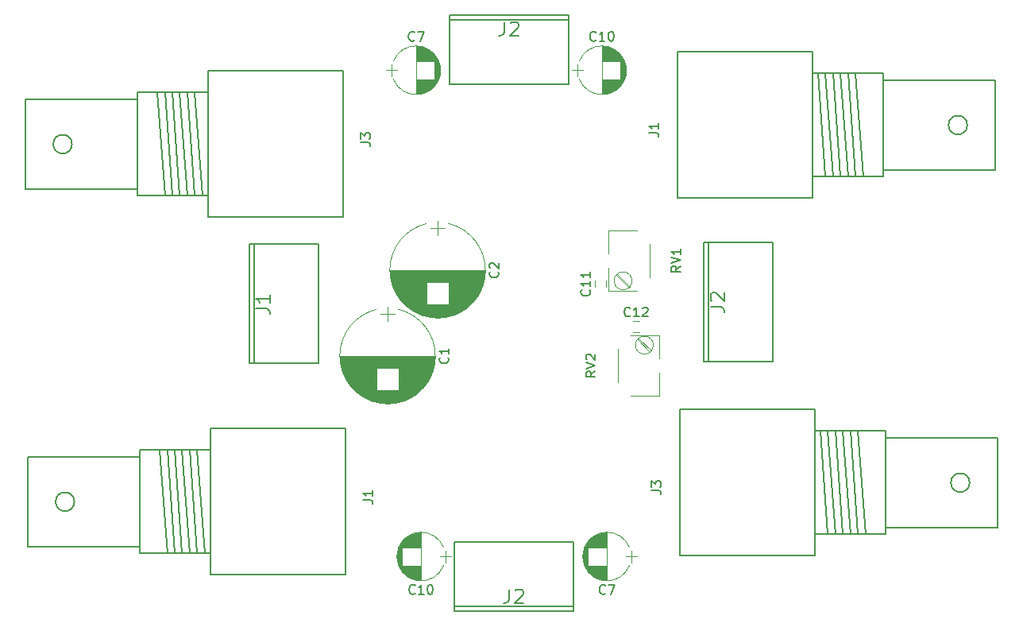
<source format=gto>
G04 #@! TF.FileFunction,Legend,Top*
%FSLAX46Y46*%
G04 Gerber Fmt 4.6, Leading zero omitted, Abs format (unit mm)*
G04 Created by KiCad (PCBNEW 4.0.7) date Fri Jun  8 12:20:10 2018*
%MOMM*%
%LPD*%
G01*
G04 APERTURE LIST*
%ADD10C,0.100000*%
%ADD11C,0.120000*%
%ADD12C,0.150000*%
G04 APERTURE END LIST*
D10*
D11*
X159421194Y-123275525D02*
G75*
G03X159422000Y-113372667I-1179194J4951525D01*
G01*
X157062806Y-123275525D02*
G75*
G02X157062000Y-113372667I1179194J4951525D01*
G01*
X157062806Y-123275525D02*
G75*
G03X159422000Y-123275333I1179194J4951525D01*
G01*
X163292000Y-118324000D02*
X153192000Y-118324000D01*
X163292000Y-118364000D02*
X153192000Y-118364000D01*
X163292000Y-118404000D02*
X153192000Y-118404000D01*
X163291000Y-118444000D02*
X153193000Y-118444000D01*
X163290000Y-118484000D02*
X153194000Y-118484000D01*
X163289000Y-118524000D02*
X153195000Y-118524000D01*
X163287000Y-118564000D02*
X153197000Y-118564000D01*
X163285000Y-118604000D02*
X153199000Y-118604000D01*
X163282000Y-118644000D02*
X153202000Y-118644000D01*
X163280000Y-118684000D02*
X153204000Y-118684000D01*
X163277000Y-118724000D02*
X153207000Y-118724000D01*
X163273000Y-118764000D02*
X153211000Y-118764000D01*
X163270000Y-118804000D02*
X153214000Y-118804000D01*
X163266000Y-118844000D02*
X153218000Y-118844000D01*
X163262000Y-118884000D02*
X153222000Y-118884000D01*
X163257000Y-118924000D02*
X153227000Y-118924000D01*
X163252000Y-118964000D02*
X153232000Y-118964000D01*
X163247000Y-119004000D02*
X153237000Y-119004000D01*
X163241000Y-119045000D02*
X153243000Y-119045000D01*
X163235000Y-119085000D02*
X153249000Y-119085000D01*
X163229000Y-119125000D02*
X153255000Y-119125000D01*
X163223000Y-119165000D02*
X153261000Y-119165000D01*
X163216000Y-119205000D02*
X153268000Y-119205000D01*
X163209000Y-119245000D02*
X153275000Y-119245000D01*
X163201000Y-119285000D02*
X153283000Y-119285000D01*
X163193000Y-119325000D02*
X153291000Y-119325000D01*
X163185000Y-119365000D02*
X153299000Y-119365000D01*
X163177000Y-119405000D02*
X153307000Y-119405000D01*
X163168000Y-119445000D02*
X153316000Y-119445000D01*
X163159000Y-119485000D02*
X153325000Y-119485000D01*
X163149000Y-119525000D02*
X153335000Y-119525000D01*
X163139000Y-119565000D02*
X153345000Y-119565000D01*
X163129000Y-119605000D02*
X153355000Y-119605000D01*
X163118000Y-119645000D02*
X159423000Y-119645000D01*
X157061000Y-119645000D02*
X153366000Y-119645000D01*
X163107000Y-119685000D02*
X159423000Y-119685000D01*
X157061000Y-119685000D02*
X153377000Y-119685000D01*
X163096000Y-119725000D02*
X159423000Y-119725000D01*
X157061000Y-119725000D02*
X153388000Y-119725000D01*
X163085000Y-119765000D02*
X159423000Y-119765000D01*
X157061000Y-119765000D02*
X153399000Y-119765000D01*
X163073000Y-119805000D02*
X159423000Y-119805000D01*
X157061000Y-119805000D02*
X153411000Y-119805000D01*
X163060000Y-119845000D02*
X159423000Y-119845000D01*
X157061000Y-119845000D02*
X153424000Y-119845000D01*
X163048000Y-119885000D02*
X159423000Y-119885000D01*
X157061000Y-119885000D02*
X153436000Y-119885000D01*
X163034000Y-119925000D02*
X159423000Y-119925000D01*
X157061000Y-119925000D02*
X153450000Y-119925000D01*
X163021000Y-119965000D02*
X159423000Y-119965000D01*
X157061000Y-119965000D02*
X153463000Y-119965000D01*
X163007000Y-120005000D02*
X159423000Y-120005000D01*
X157061000Y-120005000D02*
X153477000Y-120005000D01*
X162993000Y-120045000D02*
X159423000Y-120045000D01*
X157061000Y-120045000D02*
X153491000Y-120045000D01*
X162979000Y-120085000D02*
X159423000Y-120085000D01*
X157061000Y-120085000D02*
X153505000Y-120085000D01*
X162964000Y-120125000D02*
X159423000Y-120125000D01*
X157061000Y-120125000D02*
X153520000Y-120125000D01*
X162948000Y-120165000D02*
X159423000Y-120165000D01*
X157061000Y-120165000D02*
X153536000Y-120165000D01*
X162933000Y-120205000D02*
X159423000Y-120205000D01*
X157061000Y-120205000D02*
X153551000Y-120205000D01*
X162916000Y-120245000D02*
X159423000Y-120245000D01*
X157061000Y-120245000D02*
X153568000Y-120245000D01*
X162900000Y-120285000D02*
X159423000Y-120285000D01*
X157061000Y-120285000D02*
X153584000Y-120285000D01*
X162883000Y-120325000D02*
X159423000Y-120325000D01*
X157061000Y-120325000D02*
X153601000Y-120325000D01*
X162866000Y-120365000D02*
X159423000Y-120365000D01*
X157061000Y-120365000D02*
X153618000Y-120365000D01*
X162848000Y-120405000D02*
X159423000Y-120405000D01*
X157061000Y-120405000D02*
X153636000Y-120405000D01*
X162830000Y-120445000D02*
X159423000Y-120445000D01*
X157061000Y-120445000D02*
X153654000Y-120445000D01*
X162811000Y-120485000D02*
X159423000Y-120485000D01*
X157061000Y-120485000D02*
X153673000Y-120485000D01*
X162792000Y-120525000D02*
X159423000Y-120525000D01*
X157061000Y-120525000D02*
X153692000Y-120525000D01*
X162773000Y-120565000D02*
X159423000Y-120565000D01*
X157061000Y-120565000D02*
X153711000Y-120565000D01*
X162753000Y-120605000D02*
X159423000Y-120605000D01*
X157061000Y-120605000D02*
X153731000Y-120605000D01*
X162733000Y-120645000D02*
X159423000Y-120645000D01*
X157061000Y-120645000D02*
X153751000Y-120645000D01*
X162712000Y-120685000D02*
X159423000Y-120685000D01*
X157061000Y-120685000D02*
X153772000Y-120685000D01*
X162691000Y-120725000D02*
X159423000Y-120725000D01*
X157061000Y-120725000D02*
X153793000Y-120725000D01*
X162670000Y-120765000D02*
X159423000Y-120765000D01*
X157061000Y-120765000D02*
X153814000Y-120765000D01*
X162647000Y-120805000D02*
X159423000Y-120805000D01*
X157061000Y-120805000D02*
X153837000Y-120805000D01*
X162625000Y-120845000D02*
X159423000Y-120845000D01*
X157061000Y-120845000D02*
X153859000Y-120845000D01*
X162602000Y-120885000D02*
X159423000Y-120885000D01*
X157061000Y-120885000D02*
X153882000Y-120885000D01*
X162578000Y-120925000D02*
X159423000Y-120925000D01*
X157061000Y-120925000D02*
X153906000Y-120925000D01*
X162554000Y-120965000D02*
X159423000Y-120965000D01*
X157061000Y-120965000D02*
X153930000Y-120965000D01*
X162530000Y-121005000D02*
X159423000Y-121005000D01*
X157061000Y-121005000D02*
X153954000Y-121005000D01*
X162505000Y-121045000D02*
X159423000Y-121045000D01*
X157061000Y-121045000D02*
X153979000Y-121045000D01*
X162479000Y-121085000D02*
X159423000Y-121085000D01*
X157061000Y-121085000D02*
X154005000Y-121085000D01*
X162453000Y-121125000D02*
X159423000Y-121125000D01*
X157061000Y-121125000D02*
X154031000Y-121125000D01*
X162427000Y-121165000D02*
X159423000Y-121165000D01*
X157061000Y-121165000D02*
X154057000Y-121165000D01*
X162399000Y-121205000D02*
X159423000Y-121205000D01*
X157061000Y-121205000D02*
X154085000Y-121205000D01*
X162372000Y-121245000D02*
X159423000Y-121245000D01*
X157061000Y-121245000D02*
X154112000Y-121245000D01*
X162343000Y-121285000D02*
X159423000Y-121285000D01*
X157061000Y-121285000D02*
X154141000Y-121285000D01*
X162314000Y-121325000D02*
X159423000Y-121325000D01*
X157061000Y-121325000D02*
X154170000Y-121325000D01*
X162285000Y-121365000D02*
X159423000Y-121365000D01*
X157061000Y-121365000D02*
X154199000Y-121365000D01*
X162255000Y-121405000D02*
X159423000Y-121405000D01*
X157061000Y-121405000D02*
X154229000Y-121405000D01*
X162224000Y-121445000D02*
X159423000Y-121445000D01*
X157061000Y-121445000D02*
X154260000Y-121445000D01*
X162193000Y-121485000D02*
X159423000Y-121485000D01*
X157061000Y-121485000D02*
X154291000Y-121485000D01*
X162161000Y-121525000D02*
X159423000Y-121525000D01*
X157061000Y-121525000D02*
X154323000Y-121525000D01*
X162128000Y-121565000D02*
X159423000Y-121565000D01*
X157061000Y-121565000D02*
X154356000Y-121565000D01*
X162095000Y-121605000D02*
X159423000Y-121605000D01*
X157061000Y-121605000D02*
X154389000Y-121605000D01*
X162061000Y-121645000D02*
X159423000Y-121645000D01*
X157061000Y-121645000D02*
X154423000Y-121645000D01*
X162026000Y-121685000D02*
X159423000Y-121685000D01*
X157061000Y-121685000D02*
X154458000Y-121685000D01*
X161990000Y-121725000D02*
X159423000Y-121725000D01*
X157061000Y-121725000D02*
X154494000Y-121725000D01*
X161954000Y-121765000D02*
X159423000Y-121765000D01*
X157061000Y-121765000D02*
X154530000Y-121765000D01*
X161917000Y-121805000D02*
X159423000Y-121805000D01*
X157061000Y-121805000D02*
X154567000Y-121805000D01*
X161879000Y-121845000D02*
X159423000Y-121845000D01*
X157061000Y-121845000D02*
X154605000Y-121845000D01*
X161840000Y-121885000D02*
X159423000Y-121885000D01*
X157061000Y-121885000D02*
X154644000Y-121885000D01*
X161801000Y-121925000D02*
X159423000Y-121925000D01*
X157061000Y-121925000D02*
X154683000Y-121925000D01*
X161760000Y-121965000D02*
X159423000Y-121965000D01*
X157061000Y-121965000D02*
X154724000Y-121965000D01*
X161719000Y-122005000D02*
X154765000Y-122005000D01*
X161677000Y-122045000D02*
X154807000Y-122045000D01*
X161633000Y-122085000D02*
X154851000Y-122085000D01*
X161589000Y-122125000D02*
X154895000Y-122125000D01*
X161544000Y-122165000D02*
X154940000Y-122165000D01*
X161497000Y-122205000D02*
X154987000Y-122205000D01*
X161449000Y-122245000D02*
X155035000Y-122245000D01*
X161400000Y-122285000D02*
X155084000Y-122285000D01*
X161350000Y-122325000D02*
X155134000Y-122325000D01*
X161299000Y-122365000D02*
X155185000Y-122365000D01*
X161246000Y-122405000D02*
X155238000Y-122405000D01*
X161191000Y-122445000D02*
X155293000Y-122445000D01*
X161136000Y-122485000D02*
X155348000Y-122485000D01*
X161078000Y-122525000D02*
X155406000Y-122525000D01*
X161019000Y-122565000D02*
X155465000Y-122565000D01*
X160957000Y-122605000D02*
X155527000Y-122605000D01*
X160894000Y-122645000D02*
X155590000Y-122645000D01*
X160829000Y-122685000D02*
X155655000Y-122685000D01*
X160761000Y-122725000D02*
X155723000Y-122725000D01*
X160691000Y-122765000D02*
X155793000Y-122765000D01*
X160619000Y-122805000D02*
X155865000Y-122805000D01*
X160543000Y-122845000D02*
X155941000Y-122845000D01*
X160464000Y-122885000D02*
X156020000Y-122885000D01*
X160382000Y-122925000D02*
X156102000Y-122925000D01*
X160295000Y-122965000D02*
X156189000Y-122965000D01*
X160204000Y-123005000D02*
X156280000Y-123005000D01*
X160108000Y-123045000D02*
X156376000Y-123045000D01*
X160005000Y-123085000D02*
X156479000Y-123085000D01*
X159896000Y-123125000D02*
X156588000Y-123125000D01*
X159778000Y-123165000D02*
X156706000Y-123165000D01*
X159649000Y-123205000D02*
X156835000Y-123205000D01*
X159507000Y-123245000D02*
X156977000Y-123245000D01*
X159346000Y-123285000D02*
X157138000Y-123285000D01*
X159155000Y-123325000D02*
X157329000Y-123325000D01*
X158914000Y-123365000D02*
X157570000Y-123365000D01*
X158521000Y-123405000D02*
X157963000Y-123405000D01*
X158242000Y-113124000D02*
X158242000Y-114624000D01*
X158992000Y-113874000D02*
X157492000Y-113874000D01*
X180313000Y-111005000D02*
X180313000Y-110305000D01*
X181513000Y-110305000D02*
X181513000Y-111005000D01*
X184388000Y-114580000D02*
X185088000Y-114580000D01*
X185088000Y-115780000D02*
X184388000Y-115780000D01*
D12*
X144018000Y-106426000D02*
X144018000Y-119126000D01*
X143510000Y-106426000D02*
X150876000Y-106426000D01*
X143510000Y-119126000D02*
X143510000Y-106426000D01*
X150876000Y-106426000D02*
X150876000Y-119126000D01*
X150876000Y-119126000D02*
X143510000Y-119126000D01*
X192482000Y-106255000D02*
X192482000Y-118955000D01*
X191974000Y-106255000D02*
X199340000Y-106255000D01*
X191974000Y-118955000D02*
X191974000Y-106255000D01*
X199340000Y-106255000D02*
X199340000Y-118955000D01*
X199340000Y-118955000D02*
X191974000Y-118955000D01*
D11*
X186208000Y-106395000D02*
X186208000Y-109915000D01*
X181768000Y-104925000D02*
X181768000Y-107375000D01*
X181768000Y-108935000D02*
X181768000Y-111385000D01*
X184828000Y-104925000D02*
X181768000Y-104925000D01*
X184828000Y-111385000D02*
X181768000Y-111385000D01*
X183958000Y-111045000D02*
X182628000Y-109725000D01*
X184068000Y-110935000D02*
X182748000Y-109605000D01*
X184298000Y-110325000D02*
G75*
G03X184298000Y-110325000I-950000J0D01*
G01*
X182768000Y-121115000D02*
X182768000Y-117595000D01*
X187208000Y-122585000D02*
X187208000Y-120135000D01*
X187208000Y-118575000D02*
X187208000Y-116125000D01*
X184148000Y-122585000D02*
X187208000Y-122585000D01*
X184148000Y-116125000D02*
X187208000Y-116125000D01*
X185018000Y-116465000D02*
X186348000Y-117785000D01*
X184908000Y-116575000D02*
X186228000Y-117905000D01*
X186578000Y-117185000D02*
G75*
G03X186578000Y-117185000I-950000J0D01*
G01*
X164755194Y-114131525D02*
G75*
G03X164756000Y-104228667I-1179194J4951525D01*
G01*
X162396806Y-114131525D02*
G75*
G02X162396000Y-104228667I1179194J4951525D01*
G01*
X162396806Y-114131525D02*
G75*
G03X164756000Y-114131333I1179194J4951525D01*
G01*
X168626000Y-109180000D02*
X158526000Y-109180000D01*
X168626000Y-109220000D02*
X158526000Y-109220000D01*
X168626000Y-109260000D02*
X158526000Y-109260000D01*
X168625000Y-109300000D02*
X158527000Y-109300000D01*
X168624000Y-109340000D02*
X158528000Y-109340000D01*
X168623000Y-109380000D02*
X158529000Y-109380000D01*
X168621000Y-109420000D02*
X158531000Y-109420000D01*
X168619000Y-109460000D02*
X158533000Y-109460000D01*
X168616000Y-109500000D02*
X158536000Y-109500000D01*
X168614000Y-109540000D02*
X158538000Y-109540000D01*
X168611000Y-109580000D02*
X158541000Y-109580000D01*
X168607000Y-109620000D02*
X158545000Y-109620000D01*
X168604000Y-109660000D02*
X158548000Y-109660000D01*
X168600000Y-109700000D02*
X158552000Y-109700000D01*
X168596000Y-109740000D02*
X158556000Y-109740000D01*
X168591000Y-109780000D02*
X158561000Y-109780000D01*
X168586000Y-109820000D02*
X158566000Y-109820000D01*
X168581000Y-109860000D02*
X158571000Y-109860000D01*
X168575000Y-109901000D02*
X158577000Y-109901000D01*
X168569000Y-109941000D02*
X158583000Y-109941000D01*
X168563000Y-109981000D02*
X158589000Y-109981000D01*
X168557000Y-110021000D02*
X158595000Y-110021000D01*
X168550000Y-110061000D02*
X158602000Y-110061000D01*
X168543000Y-110101000D02*
X158609000Y-110101000D01*
X168535000Y-110141000D02*
X158617000Y-110141000D01*
X168527000Y-110181000D02*
X158625000Y-110181000D01*
X168519000Y-110221000D02*
X158633000Y-110221000D01*
X168511000Y-110261000D02*
X158641000Y-110261000D01*
X168502000Y-110301000D02*
X158650000Y-110301000D01*
X168493000Y-110341000D02*
X158659000Y-110341000D01*
X168483000Y-110381000D02*
X158669000Y-110381000D01*
X168473000Y-110421000D02*
X158679000Y-110421000D01*
X168463000Y-110461000D02*
X158689000Y-110461000D01*
X168452000Y-110501000D02*
X164757000Y-110501000D01*
X162395000Y-110501000D02*
X158700000Y-110501000D01*
X168441000Y-110541000D02*
X164757000Y-110541000D01*
X162395000Y-110541000D02*
X158711000Y-110541000D01*
X168430000Y-110581000D02*
X164757000Y-110581000D01*
X162395000Y-110581000D02*
X158722000Y-110581000D01*
X168419000Y-110621000D02*
X164757000Y-110621000D01*
X162395000Y-110621000D02*
X158733000Y-110621000D01*
X168407000Y-110661000D02*
X164757000Y-110661000D01*
X162395000Y-110661000D02*
X158745000Y-110661000D01*
X168394000Y-110701000D02*
X164757000Y-110701000D01*
X162395000Y-110701000D02*
X158758000Y-110701000D01*
X168382000Y-110741000D02*
X164757000Y-110741000D01*
X162395000Y-110741000D02*
X158770000Y-110741000D01*
X168368000Y-110781000D02*
X164757000Y-110781000D01*
X162395000Y-110781000D02*
X158784000Y-110781000D01*
X168355000Y-110821000D02*
X164757000Y-110821000D01*
X162395000Y-110821000D02*
X158797000Y-110821000D01*
X168341000Y-110861000D02*
X164757000Y-110861000D01*
X162395000Y-110861000D02*
X158811000Y-110861000D01*
X168327000Y-110901000D02*
X164757000Y-110901000D01*
X162395000Y-110901000D02*
X158825000Y-110901000D01*
X168313000Y-110941000D02*
X164757000Y-110941000D01*
X162395000Y-110941000D02*
X158839000Y-110941000D01*
X168298000Y-110981000D02*
X164757000Y-110981000D01*
X162395000Y-110981000D02*
X158854000Y-110981000D01*
X168282000Y-111021000D02*
X164757000Y-111021000D01*
X162395000Y-111021000D02*
X158870000Y-111021000D01*
X168267000Y-111061000D02*
X164757000Y-111061000D01*
X162395000Y-111061000D02*
X158885000Y-111061000D01*
X168250000Y-111101000D02*
X164757000Y-111101000D01*
X162395000Y-111101000D02*
X158902000Y-111101000D01*
X168234000Y-111141000D02*
X164757000Y-111141000D01*
X162395000Y-111141000D02*
X158918000Y-111141000D01*
X168217000Y-111181000D02*
X164757000Y-111181000D01*
X162395000Y-111181000D02*
X158935000Y-111181000D01*
X168200000Y-111221000D02*
X164757000Y-111221000D01*
X162395000Y-111221000D02*
X158952000Y-111221000D01*
X168182000Y-111261000D02*
X164757000Y-111261000D01*
X162395000Y-111261000D02*
X158970000Y-111261000D01*
X168164000Y-111301000D02*
X164757000Y-111301000D01*
X162395000Y-111301000D02*
X158988000Y-111301000D01*
X168145000Y-111341000D02*
X164757000Y-111341000D01*
X162395000Y-111341000D02*
X159007000Y-111341000D01*
X168126000Y-111381000D02*
X164757000Y-111381000D01*
X162395000Y-111381000D02*
X159026000Y-111381000D01*
X168107000Y-111421000D02*
X164757000Y-111421000D01*
X162395000Y-111421000D02*
X159045000Y-111421000D01*
X168087000Y-111461000D02*
X164757000Y-111461000D01*
X162395000Y-111461000D02*
X159065000Y-111461000D01*
X168067000Y-111501000D02*
X164757000Y-111501000D01*
X162395000Y-111501000D02*
X159085000Y-111501000D01*
X168046000Y-111541000D02*
X164757000Y-111541000D01*
X162395000Y-111541000D02*
X159106000Y-111541000D01*
X168025000Y-111581000D02*
X164757000Y-111581000D01*
X162395000Y-111581000D02*
X159127000Y-111581000D01*
X168004000Y-111621000D02*
X164757000Y-111621000D01*
X162395000Y-111621000D02*
X159148000Y-111621000D01*
X167981000Y-111661000D02*
X164757000Y-111661000D01*
X162395000Y-111661000D02*
X159171000Y-111661000D01*
X167959000Y-111701000D02*
X164757000Y-111701000D01*
X162395000Y-111701000D02*
X159193000Y-111701000D01*
X167936000Y-111741000D02*
X164757000Y-111741000D01*
X162395000Y-111741000D02*
X159216000Y-111741000D01*
X167912000Y-111781000D02*
X164757000Y-111781000D01*
X162395000Y-111781000D02*
X159240000Y-111781000D01*
X167888000Y-111821000D02*
X164757000Y-111821000D01*
X162395000Y-111821000D02*
X159264000Y-111821000D01*
X167864000Y-111861000D02*
X164757000Y-111861000D01*
X162395000Y-111861000D02*
X159288000Y-111861000D01*
X167839000Y-111901000D02*
X164757000Y-111901000D01*
X162395000Y-111901000D02*
X159313000Y-111901000D01*
X167813000Y-111941000D02*
X164757000Y-111941000D01*
X162395000Y-111941000D02*
X159339000Y-111941000D01*
X167787000Y-111981000D02*
X164757000Y-111981000D01*
X162395000Y-111981000D02*
X159365000Y-111981000D01*
X167761000Y-112021000D02*
X164757000Y-112021000D01*
X162395000Y-112021000D02*
X159391000Y-112021000D01*
X167733000Y-112061000D02*
X164757000Y-112061000D01*
X162395000Y-112061000D02*
X159419000Y-112061000D01*
X167706000Y-112101000D02*
X164757000Y-112101000D01*
X162395000Y-112101000D02*
X159446000Y-112101000D01*
X167677000Y-112141000D02*
X164757000Y-112141000D01*
X162395000Y-112141000D02*
X159475000Y-112141000D01*
X167648000Y-112181000D02*
X164757000Y-112181000D01*
X162395000Y-112181000D02*
X159504000Y-112181000D01*
X167619000Y-112221000D02*
X164757000Y-112221000D01*
X162395000Y-112221000D02*
X159533000Y-112221000D01*
X167589000Y-112261000D02*
X164757000Y-112261000D01*
X162395000Y-112261000D02*
X159563000Y-112261000D01*
X167558000Y-112301000D02*
X164757000Y-112301000D01*
X162395000Y-112301000D02*
X159594000Y-112301000D01*
X167527000Y-112341000D02*
X164757000Y-112341000D01*
X162395000Y-112341000D02*
X159625000Y-112341000D01*
X167495000Y-112381000D02*
X164757000Y-112381000D01*
X162395000Y-112381000D02*
X159657000Y-112381000D01*
X167462000Y-112421000D02*
X164757000Y-112421000D01*
X162395000Y-112421000D02*
X159690000Y-112421000D01*
X167429000Y-112461000D02*
X164757000Y-112461000D01*
X162395000Y-112461000D02*
X159723000Y-112461000D01*
X167395000Y-112501000D02*
X164757000Y-112501000D01*
X162395000Y-112501000D02*
X159757000Y-112501000D01*
X167360000Y-112541000D02*
X164757000Y-112541000D01*
X162395000Y-112541000D02*
X159792000Y-112541000D01*
X167324000Y-112581000D02*
X164757000Y-112581000D01*
X162395000Y-112581000D02*
X159828000Y-112581000D01*
X167288000Y-112621000D02*
X164757000Y-112621000D01*
X162395000Y-112621000D02*
X159864000Y-112621000D01*
X167251000Y-112661000D02*
X164757000Y-112661000D01*
X162395000Y-112661000D02*
X159901000Y-112661000D01*
X167213000Y-112701000D02*
X164757000Y-112701000D01*
X162395000Y-112701000D02*
X159939000Y-112701000D01*
X167174000Y-112741000D02*
X164757000Y-112741000D01*
X162395000Y-112741000D02*
X159978000Y-112741000D01*
X167135000Y-112781000D02*
X164757000Y-112781000D01*
X162395000Y-112781000D02*
X160017000Y-112781000D01*
X167094000Y-112821000D02*
X164757000Y-112821000D01*
X162395000Y-112821000D02*
X160058000Y-112821000D01*
X167053000Y-112861000D02*
X160099000Y-112861000D01*
X167011000Y-112901000D02*
X160141000Y-112901000D01*
X166967000Y-112941000D02*
X160185000Y-112941000D01*
X166923000Y-112981000D02*
X160229000Y-112981000D01*
X166878000Y-113021000D02*
X160274000Y-113021000D01*
X166831000Y-113061000D02*
X160321000Y-113061000D01*
X166783000Y-113101000D02*
X160369000Y-113101000D01*
X166734000Y-113141000D02*
X160418000Y-113141000D01*
X166684000Y-113181000D02*
X160468000Y-113181000D01*
X166633000Y-113221000D02*
X160519000Y-113221000D01*
X166580000Y-113261000D02*
X160572000Y-113261000D01*
X166525000Y-113301000D02*
X160627000Y-113301000D01*
X166470000Y-113341000D02*
X160682000Y-113341000D01*
X166412000Y-113381000D02*
X160740000Y-113381000D01*
X166353000Y-113421000D02*
X160799000Y-113421000D01*
X166291000Y-113461000D02*
X160861000Y-113461000D01*
X166228000Y-113501000D02*
X160924000Y-113501000D01*
X166163000Y-113541000D02*
X160989000Y-113541000D01*
X166095000Y-113581000D02*
X161057000Y-113581000D01*
X166025000Y-113621000D02*
X161127000Y-113621000D01*
X165953000Y-113661000D02*
X161199000Y-113661000D01*
X165877000Y-113701000D02*
X161275000Y-113701000D01*
X165798000Y-113741000D02*
X161354000Y-113741000D01*
X165716000Y-113781000D02*
X161436000Y-113781000D01*
X165629000Y-113821000D02*
X161523000Y-113821000D01*
X165538000Y-113861000D02*
X161614000Y-113861000D01*
X165442000Y-113901000D02*
X161710000Y-113901000D01*
X165339000Y-113941000D02*
X161813000Y-113941000D01*
X165230000Y-113981000D02*
X161922000Y-113981000D01*
X165112000Y-114021000D02*
X162040000Y-114021000D01*
X164983000Y-114061000D02*
X162169000Y-114061000D01*
X164841000Y-114101000D02*
X162311000Y-114101000D01*
X164680000Y-114141000D02*
X162472000Y-114141000D01*
X164489000Y-114181000D02*
X162663000Y-114181000D01*
X164248000Y-114221000D02*
X162904000Y-114221000D01*
X163855000Y-114261000D02*
X163297000Y-114261000D01*
X163576000Y-103980000D02*
X163576000Y-105480000D01*
X164326000Y-104730000D02*
X162826000Y-104730000D01*
X179229137Y-140681400D02*
G75*
G03X184023436Y-140680000I2396863J981400D01*
G01*
X179229137Y-138718600D02*
G75*
G02X184023436Y-138720000I2396863J-981400D01*
G01*
X179229137Y-138718600D02*
G75*
G03X179228564Y-140680000I2396863J-981400D01*
G01*
X181626000Y-142250000D02*
X181626000Y-137150000D01*
X181586000Y-142250000D02*
X181586000Y-140680000D01*
X181586000Y-138720000D02*
X181586000Y-137150000D01*
X181546000Y-142249000D02*
X181546000Y-140680000D01*
X181546000Y-138720000D02*
X181546000Y-137151000D01*
X181506000Y-142248000D02*
X181506000Y-140680000D01*
X181506000Y-138720000D02*
X181506000Y-137152000D01*
X181466000Y-142246000D02*
X181466000Y-140680000D01*
X181466000Y-138720000D02*
X181466000Y-137154000D01*
X181426000Y-142243000D02*
X181426000Y-140680000D01*
X181426000Y-138720000D02*
X181426000Y-137157000D01*
X181386000Y-142239000D02*
X181386000Y-140680000D01*
X181386000Y-138720000D02*
X181386000Y-137161000D01*
X181346000Y-142235000D02*
X181346000Y-140680000D01*
X181346000Y-138720000D02*
X181346000Y-137165000D01*
X181306000Y-142231000D02*
X181306000Y-140680000D01*
X181306000Y-138720000D02*
X181306000Y-137169000D01*
X181266000Y-142225000D02*
X181266000Y-140680000D01*
X181266000Y-138720000D02*
X181266000Y-137175000D01*
X181226000Y-142219000D02*
X181226000Y-140680000D01*
X181226000Y-138720000D02*
X181226000Y-137181000D01*
X181186000Y-142213000D02*
X181186000Y-140680000D01*
X181186000Y-138720000D02*
X181186000Y-137187000D01*
X181146000Y-142206000D02*
X181146000Y-140680000D01*
X181146000Y-138720000D02*
X181146000Y-137194000D01*
X181106000Y-142198000D02*
X181106000Y-140680000D01*
X181106000Y-138720000D02*
X181106000Y-137202000D01*
X181066000Y-142189000D02*
X181066000Y-140680000D01*
X181066000Y-138720000D02*
X181066000Y-137211000D01*
X181026000Y-142180000D02*
X181026000Y-140680000D01*
X181026000Y-138720000D02*
X181026000Y-137220000D01*
X180986000Y-142170000D02*
X180986000Y-140680000D01*
X180986000Y-138720000D02*
X180986000Y-137230000D01*
X180946000Y-142160000D02*
X180946000Y-140680000D01*
X180946000Y-138720000D02*
X180946000Y-137240000D01*
X180905000Y-142148000D02*
X180905000Y-140680000D01*
X180905000Y-138720000D02*
X180905000Y-137252000D01*
X180865000Y-142136000D02*
X180865000Y-140680000D01*
X180865000Y-138720000D02*
X180865000Y-137264000D01*
X180825000Y-142124000D02*
X180825000Y-140680000D01*
X180825000Y-138720000D02*
X180825000Y-137276000D01*
X180785000Y-142110000D02*
X180785000Y-140680000D01*
X180785000Y-138720000D02*
X180785000Y-137290000D01*
X180745000Y-142096000D02*
X180745000Y-140680000D01*
X180745000Y-138720000D02*
X180745000Y-137304000D01*
X180705000Y-142082000D02*
X180705000Y-140680000D01*
X180705000Y-138720000D02*
X180705000Y-137318000D01*
X180665000Y-142066000D02*
X180665000Y-140680000D01*
X180665000Y-138720000D02*
X180665000Y-137334000D01*
X180625000Y-142050000D02*
X180625000Y-140680000D01*
X180625000Y-138720000D02*
X180625000Y-137350000D01*
X180585000Y-142033000D02*
X180585000Y-140680000D01*
X180585000Y-138720000D02*
X180585000Y-137367000D01*
X180545000Y-142015000D02*
X180545000Y-140680000D01*
X180545000Y-138720000D02*
X180545000Y-137385000D01*
X180505000Y-141996000D02*
X180505000Y-140680000D01*
X180505000Y-138720000D02*
X180505000Y-137404000D01*
X180465000Y-141976000D02*
X180465000Y-140680000D01*
X180465000Y-138720000D02*
X180465000Y-137424000D01*
X180425000Y-141956000D02*
X180425000Y-140680000D01*
X180425000Y-138720000D02*
X180425000Y-137444000D01*
X180385000Y-141934000D02*
X180385000Y-140680000D01*
X180385000Y-138720000D02*
X180385000Y-137466000D01*
X180345000Y-141912000D02*
X180345000Y-140680000D01*
X180345000Y-138720000D02*
X180345000Y-137488000D01*
X180305000Y-141889000D02*
X180305000Y-140680000D01*
X180305000Y-138720000D02*
X180305000Y-137511000D01*
X180265000Y-141865000D02*
X180265000Y-140680000D01*
X180265000Y-138720000D02*
X180265000Y-137535000D01*
X180225000Y-141840000D02*
X180225000Y-140680000D01*
X180225000Y-138720000D02*
X180225000Y-137560000D01*
X180185000Y-141813000D02*
X180185000Y-140680000D01*
X180185000Y-138720000D02*
X180185000Y-137587000D01*
X180145000Y-141786000D02*
X180145000Y-140680000D01*
X180145000Y-138720000D02*
X180145000Y-137614000D01*
X180105000Y-141758000D02*
X180105000Y-140680000D01*
X180105000Y-138720000D02*
X180105000Y-137642000D01*
X180065000Y-141728000D02*
X180065000Y-140680000D01*
X180065000Y-138720000D02*
X180065000Y-137672000D01*
X180025000Y-141697000D02*
X180025000Y-140680000D01*
X180025000Y-138720000D02*
X180025000Y-137703000D01*
X179985000Y-141665000D02*
X179985000Y-140680000D01*
X179985000Y-138720000D02*
X179985000Y-137735000D01*
X179945000Y-141632000D02*
X179945000Y-140680000D01*
X179945000Y-138720000D02*
X179945000Y-137768000D01*
X179905000Y-141597000D02*
X179905000Y-140680000D01*
X179905000Y-138720000D02*
X179905000Y-137803000D01*
X179865000Y-141561000D02*
X179865000Y-140680000D01*
X179865000Y-138720000D02*
X179865000Y-137839000D01*
X179825000Y-141523000D02*
X179825000Y-140680000D01*
X179825000Y-138720000D02*
X179825000Y-137877000D01*
X179785000Y-141483000D02*
X179785000Y-140680000D01*
X179785000Y-138720000D02*
X179785000Y-137917000D01*
X179745000Y-141442000D02*
X179745000Y-140680000D01*
X179745000Y-138720000D02*
X179745000Y-137958000D01*
X179705000Y-141399000D02*
X179705000Y-140680000D01*
X179705000Y-138720000D02*
X179705000Y-138001000D01*
X179665000Y-141354000D02*
X179665000Y-140680000D01*
X179665000Y-138720000D02*
X179665000Y-138046000D01*
X179625000Y-141306000D02*
X179625000Y-138094000D01*
X179585000Y-141256000D02*
X179585000Y-138144000D01*
X179545000Y-141204000D02*
X179545000Y-138196000D01*
X179505000Y-141148000D02*
X179505000Y-138252000D01*
X179465000Y-141090000D02*
X179465000Y-138310000D01*
X179425000Y-141027000D02*
X179425000Y-138373000D01*
X179385000Y-140961000D02*
X179385000Y-138439000D01*
X179345000Y-140889000D02*
X179345000Y-138511000D01*
X179305000Y-140812000D02*
X179305000Y-138588000D01*
X179265000Y-140728000D02*
X179265000Y-138672000D01*
X179225000Y-140634000D02*
X179225000Y-138766000D01*
X179185000Y-140529000D02*
X179185000Y-138871000D01*
X179145000Y-140407000D02*
X179145000Y-138993000D01*
X179105000Y-140259000D02*
X179105000Y-139141000D01*
X179065000Y-140054000D02*
X179065000Y-139346000D01*
X184826000Y-139700000D02*
X183626000Y-139700000D01*
X184226000Y-140350000D02*
X184226000Y-139050000D01*
X159417137Y-140681400D02*
G75*
G03X164211436Y-140680000I2396863J981400D01*
G01*
X159417137Y-138718600D02*
G75*
G02X164211436Y-138720000I2396863J-981400D01*
G01*
X159417137Y-138718600D02*
G75*
G03X159416564Y-140680000I2396863J-981400D01*
G01*
X161814000Y-142250000D02*
X161814000Y-137150000D01*
X161774000Y-142250000D02*
X161774000Y-140680000D01*
X161774000Y-138720000D02*
X161774000Y-137150000D01*
X161734000Y-142249000D02*
X161734000Y-140680000D01*
X161734000Y-138720000D02*
X161734000Y-137151000D01*
X161694000Y-142248000D02*
X161694000Y-140680000D01*
X161694000Y-138720000D02*
X161694000Y-137152000D01*
X161654000Y-142246000D02*
X161654000Y-140680000D01*
X161654000Y-138720000D02*
X161654000Y-137154000D01*
X161614000Y-142243000D02*
X161614000Y-140680000D01*
X161614000Y-138720000D02*
X161614000Y-137157000D01*
X161574000Y-142239000D02*
X161574000Y-140680000D01*
X161574000Y-138720000D02*
X161574000Y-137161000D01*
X161534000Y-142235000D02*
X161534000Y-140680000D01*
X161534000Y-138720000D02*
X161534000Y-137165000D01*
X161494000Y-142231000D02*
X161494000Y-140680000D01*
X161494000Y-138720000D02*
X161494000Y-137169000D01*
X161454000Y-142225000D02*
X161454000Y-140680000D01*
X161454000Y-138720000D02*
X161454000Y-137175000D01*
X161414000Y-142219000D02*
X161414000Y-140680000D01*
X161414000Y-138720000D02*
X161414000Y-137181000D01*
X161374000Y-142213000D02*
X161374000Y-140680000D01*
X161374000Y-138720000D02*
X161374000Y-137187000D01*
X161334000Y-142206000D02*
X161334000Y-140680000D01*
X161334000Y-138720000D02*
X161334000Y-137194000D01*
X161294000Y-142198000D02*
X161294000Y-140680000D01*
X161294000Y-138720000D02*
X161294000Y-137202000D01*
X161254000Y-142189000D02*
X161254000Y-140680000D01*
X161254000Y-138720000D02*
X161254000Y-137211000D01*
X161214000Y-142180000D02*
X161214000Y-140680000D01*
X161214000Y-138720000D02*
X161214000Y-137220000D01*
X161174000Y-142170000D02*
X161174000Y-140680000D01*
X161174000Y-138720000D02*
X161174000Y-137230000D01*
X161134000Y-142160000D02*
X161134000Y-140680000D01*
X161134000Y-138720000D02*
X161134000Y-137240000D01*
X161093000Y-142148000D02*
X161093000Y-140680000D01*
X161093000Y-138720000D02*
X161093000Y-137252000D01*
X161053000Y-142136000D02*
X161053000Y-140680000D01*
X161053000Y-138720000D02*
X161053000Y-137264000D01*
X161013000Y-142124000D02*
X161013000Y-140680000D01*
X161013000Y-138720000D02*
X161013000Y-137276000D01*
X160973000Y-142110000D02*
X160973000Y-140680000D01*
X160973000Y-138720000D02*
X160973000Y-137290000D01*
X160933000Y-142096000D02*
X160933000Y-140680000D01*
X160933000Y-138720000D02*
X160933000Y-137304000D01*
X160893000Y-142082000D02*
X160893000Y-140680000D01*
X160893000Y-138720000D02*
X160893000Y-137318000D01*
X160853000Y-142066000D02*
X160853000Y-140680000D01*
X160853000Y-138720000D02*
X160853000Y-137334000D01*
X160813000Y-142050000D02*
X160813000Y-140680000D01*
X160813000Y-138720000D02*
X160813000Y-137350000D01*
X160773000Y-142033000D02*
X160773000Y-140680000D01*
X160773000Y-138720000D02*
X160773000Y-137367000D01*
X160733000Y-142015000D02*
X160733000Y-140680000D01*
X160733000Y-138720000D02*
X160733000Y-137385000D01*
X160693000Y-141996000D02*
X160693000Y-140680000D01*
X160693000Y-138720000D02*
X160693000Y-137404000D01*
X160653000Y-141976000D02*
X160653000Y-140680000D01*
X160653000Y-138720000D02*
X160653000Y-137424000D01*
X160613000Y-141956000D02*
X160613000Y-140680000D01*
X160613000Y-138720000D02*
X160613000Y-137444000D01*
X160573000Y-141934000D02*
X160573000Y-140680000D01*
X160573000Y-138720000D02*
X160573000Y-137466000D01*
X160533000Y-141912000D02*
X160533000Y-140680000D01*
X160533000Y-138720000D02*
X160533000Y-137488000D01*
X160493000Y-141889000D02*
X160493000Y-140680000D01*
X160493000Y-138720000D02*
X160493000Y-137511000D01*
X160453000Y-141865000D02*
X160453000Y-140680000D01*
X160453000Y-138720000D02*
X160453000Y-137535000D01*
X160413000Y-141840000D02*
X160413000Y-140680000D01*
X160413000Y-138720000D02*
X160413000Y-137560000D01*
X160373000Y-141813000D02*
X160373000Y-140680000D01*
X160373000Y-138720000D02*
X160373000Y-137587000D01*
X160333000Y-141786000D02*
X160333000Y-140680000D01*
X160333000Y-138720000D02*
X160333000Y-137614000D01*
X160293000Y-141758000D02*
X160293000Y-140680000D01*
X160293000Y-138720000D02*
X160293000Y-137642000D01*
X160253000Y-141728000D02*
X160253000Y-140680000D01*
X160253000Y-138720000D02*
X160253000Y-137672000D01*
X160213000Y-141697000D02*
X160213000Y-140680000D01*
X160213000Y-138720000D02*
X160213000Y-137703000D01*
X160173000Y-141665000D02*
X160173000Y-140680000D01*
X160173000Y-138720000D02*
X160173000Y-137735000D01*
X160133000Y-141632000D02*
X160133000Y-140680000D01*
X160133000Y-138720000D02*
X160133000Y-137768000D01*
X160093000Y-141597000D02*
X160093000Y-140680000D01*
X160093000Y-138720000D02*
X160093000Y-137803000D01*
X160053000Y-141561000D02*
X160053000Y-140680000D01*
X160053000Y-138720000D02*
X160053000Y-137839000D01*
X160013000Y-141523000D02*
X160013000Y-140680000D01*
X160013000Y-138720000D02*
X160013000Y-137877000D01*
X159973000Y-141483000D02*
X159973000Y-140680000D01*
X159973000Y-138720000D02*
X159973000Y-137917000D01*
X159933000Y-141442000D02*
X159933000Y-140680000D01*
X159933000Y-138720000D02*
X159933000Y-137958000D01*
X159893000Y-141399000D02*
X159893000Y-140680000D01*
X159893000Y-138720000D02*
X159893000Y-138001000D01*
X159853000Y-141354000D02*
X159853000Y-140680000D01*
X159853000Y-138720000D02*
X159853000Y-138046000D01*
X159813000Y-141306000D02*
X159813000Y-138094000D01*
X159773000Y-141256000D02*
X159773000Y-138144000D01*
X159733000Y-141204000D02*
X159733000Y-138196000D01*
X159693000Y-141148000D02*
X159693000Y-138252000D01*
X159653000Y-141090000D02*
X159653000Y-138310000D01*
X159613000Y-141027000D02*
X159613000Y-138373000D01*
X159573000Y-140961000D02*
X159573000Y-138439000D01*
X159533000Y-140889000D02*
X159533000Y-138511000D01*
X159493000Y-140812000D02*
X159493000Y-138588000D01*
X159453000Y-140728000D02*
X159453000Y-138672000D01*
X159413000Y-140634000D02*
X159413000Y-138766000D01*
X159373000Y-140529000D02*
X159373000Y-138871000D01*
X159333000Y-140407000D02*
X159333000Y-138993000D01*
X159293000Y-140259000D02*
X159293000Y-139141000D01*
X159253000Y-140054000D02*
X159253000Y-139346000D01*
X165014000Y-139700000D02*
X163814000Y-139700000D01*
X164414000Y-140350000D02*
X164414000Y-139050000D01*
D12*
X165354000Y-145034000D02*
X178054000Y-145034000D01*
X165354000Y-145542000D02*
X165354000Y-138176000D01*
X178054000Y-145542000D02*
X165354000Y-145542000D01*
X165354000Y-138176000D02*
X178054000Y-138176000D01*
X178054000Y-138176000D02*
X178054000Y-145542000D01*
X134757160Y-139357100D02*
X133957060Y-128358900D01*
X135557260Y-139357100D02*
X134757160Y-128358900D01*
X136357360Y-139357100D02*
X135557260Y-128358900D01*
X137157460Y-139357100D02*
X136357360Y-128358900D01*
X137957560Y-139357100D02*
X137157460Y-128358900D01*
X138757660Y-139357100D02*
X137957560Y-128358900D01*
X124858780Y-133858000D02*
G75*
G03X124858780Y-133858000I-1000760J0D01*
G01*
X131859020Y-129057400D02*
X119857520Y-129057400D01*
X119857520Y-129057400D02*
X119857520Y-138658600D01*
X119857520Y-138658600D02*
X131859020Y-138658600D01*
X139357100Y-128358900D02*
X131859020Y-128358900D01*
X131859020Y-128358900D02*
X131859020Y-139357100D01*
X131859020Y-139357100D02*
X139357100Y-139357100D01*
X153758900Y-141658340D02*
X153758900Y-126057660D01*
X153758900Y-126057660D02*
X139357100Y-126057660D01*
X139357100Y-126057660D02*
X139357100Y-141658340D01*
X139357100Y-141658340D02*
X153758900Y-141658340D01*
X208396840Y-126326900D02*
X209196940Y-137325100D01*
X207596740Y-126326900D02*
X208396840Y-137325100D01*
X206796640Y-126326900D02*
X207596740Y-137325100D01*
X205996540Y-126326900D02*
X206796640Y-137325100D01*
X205196440Y-126326900D02*
X205996540Y-137325100D01*
X204396340Y-126326900D02*
X205196440Y-137325100D01*
X220296740Y-131826000D02*
G75*
G03X220296740Y-131826000I-1000760J0D01*
G01*
X211294980Y-136626600D02*
X223296480Y-136626600D01*
X223296480Y-136626600D02*
X223296480Y-127025400D01*
X223296480Y-127025400D02*
X211294980Y-127025400D01*
X203796900Y-137325100D02*
X211294980Y-137325100D01*
X211294980Y-137325100D02*
X211294980Y-126326900D01*
X211294980Y-126326900D02*
X203796900Y-126326900D01*
X189395100Y-124025660D02*
X189395100Y-139626340D01*
X189395100Y-139626340D02*
X203796900Y-139626340D01*
X203796900Y-139626340D02*
X203796900Y-124025660D01*
X203796900Y-124025660D02*
X189395100Y-124025660D01*
D11*
X163670863Y-86902600D02*
G75*
G03X158876564Y-86904000I-2396863J-981400D01*
G01*
X163670863Y-88865400D02*
G75*
G02X158876564Y-88864000I-2396863J981400D01*
G01*
X163670863Y-88865400D02*
G75*
G03X163671436Y-86904000I-2396863J981400D01*
G01*
X161274000Y-85334000D02*
X161274000Y-90434000D01*
X161314000Y-85334000D02*
X161314000Y-86904000D01*
X161314000Y-88864000D02*
X161314000Y-90434000D01*
X161354000Y-85335000D02*
X161354000Y-86904000D01*
X161354000Y-88864000D02*
X161354000Y-90433000D01*
X161394000Y-85336000D02*
X161394000Y-86904000D01*
X161394000Y-88864000D02*
X161394000Y-90432000D01*
X161434000Y-85338000D02*
X161434000Y-86904000D01*
X161434000Y-88864000D02*
X161434000Y-90430000D01*
X161474000Y-85341000D02*
X161474000Y-86904000D01*
X161474000Y-88864000D02*
X161474000Y-90427000D01*
X161514000Y-85345000D02*
X161514000Y-86904000D01*
X161514000Y-88864000D02*
X161514000Y-90423000D01*
X161554000Y-85349000D02*
X161554000Y-86904000D01*
X161554000Y-88864000D02*
X161554000Y-90419000D01*
X161594000Y-85353000D02*
X161594000Y-86904000D01*
X161594000Y-88864000D02*
X161594000Y-90415000D01*
X161634000Y-85359000D02*
X161634000Y-86904000D01*
X161634000Y-88864000D02*
X161634000Y-90409000D01*
X161674000Y-85365000D02*
X161674000Y-86904000D01*
X161674000Y-88864000D02*
X161674000Y-90403000D01*
X161714000Y-85371000D02*
X161714000Y-86904000D01*
X161714000Y-88864000D02*
X161714000Y-90397000D01*
X161754000Y-85378000D02*
X161754000Y-86904000D01*
X161754000Y-88864000D02*
X161754000Y-90390000D01*
X161794000Y-85386000D02*
X161794000Y-86904000D01*
X161794000Y-88864000D02*
X161794000Y-90382000D01*
X161834000Y-85395000D02*
X161834000Y-86904000D01*
X161834000Y-88864000D02*
X161834000Y-90373000D01*
X161874000Y-85404000D02*
X161874000Y-86904000D01*
X161874000Y-88864000D02*
X161874000Y-90364000D01*
X161914000Y-85414000D02*
X161914000Y-86904000D01*
X161914000Y-88864000D02*
X161914000Y-90354000D01*
X161954000Y-85424000D02*
X161954000Y-86904000D01*
X161954000Y-88864000D02*
X161954000Y-90344000D01*
X161995000Y-85436000D02*
X161995000Y-86904000D01*
X161995000Y-88864000D02*
X161995000Y-90332000D01*
X162035000Y-85448000D02*
X162035000Y-86904000D01*
X162035000Y-88864000D02*
X162035000Y-90320000D01*
X162075000Y-85460000D02*
X162075000Y-86904000D01*
X162075000Y-88864000D02*
X162075000Y-90308000D01*
X162115000Y-85474000D02*
X162115000Y-86904000D01*
X162115000Y-88864000D02*
X162115000Y-90294000D01*
X162155000Y-85488000D02*
X162155000Y-86904000D01*
X162155000Y-88864000D02*
X162155000Y-90280000D01*
X162195000Y-85502000D02*
X162195000Y-86904000D01*
X162195000Y-88864000D02*
X162195000Y-90266000D01*
X162235000Y-85518000D02*
X162235000Y-86904000D01*
X162235000Y-88864000D02*
X162235000Y-90250000D01*
X162275000Y-85534000D02*
X162275000Y-86904000D01*
X162275000Y-88864000D02*
X162275000Y-90234000D01*
X162315000Y-85551000D02*
X162315000Y-86904000D01*
X162315000Y-88864000D02*
X162315000Y-90217000D01*
X162355000Y-85569000D02*
X162355000Y-86904000D01*
X162355000Y-88864000D02*
X162355000Y-90199000D01*
X162395000Y-85588000D02*
X162395000Y-86904000D01*
X162395000Y-88864000D02*
X162395000Y-90180000D01*
X162435000Y-85608000D02*
X162435000Y-86904000D01*
X162435000Y-88864000D02*
X162435000Y-90160000D01*
X162475000Y-85628000D02*
X162475000Y-86904000D01*
X162475000Y-88864000D02*
X162475000Y-90140000D01*
X162515000Y-85650000D02*
X162515000Y-86904000D01*
X162515000Y-88864000D02*
X162515000Y-90118000D01*
X162555000Y-85672000D02*
X162555000Y-86904000D01*
X162555000Y-88864000D02*
X162555000Y-90096000D01*
X162595000Y-85695000D02*
X162595000Y-86904000D01*
X162595000Y-88864000D02*
X162595000Y-90073000D01*
X162635000Y-85719000D02*
X162635000Y-86904000D01*
X162635000Y-88864000D02*
X162635000Y-90049000D01*
X162675000Y-85744000D02*
X162675000Y-86904000D01*
X162675000Y-88864000D02*
X162675000Y-90024000D01*
X162715000Y-85771000D02*
X162715000Y-86904000D01*
X162715000Y-88864000D02*
X162715000Y-89997000D01*
X162755000Y-85798000D02*
X162755000Y-86904000D01*
X162755000Y-88864000D02*
X162755000Y-89970000D01*
X162795000Y-85826000D02*
X162795000Y-86904000D01*
X162795000Y-88864000D02*
X162795000Y-89942000D01*
X162835000Y-85856000D02*
X162835000Y-86904000D01*
X162835000Y-88864000D02*
X162835000Y-89912000D01*
X162875000Y-85887000D02*
X162875000Y-86904000D01*
X162875000Y-88864000D02*
X162875000Y-89881000D01*
X162915000Y-85919000D02*
X162915000Y-86904000D01*
X162915000Y-88864000D02*
X162915000Y-89849000D01*
X162955000Y-85952000D02*
X162955000Y-86904000D01*
X162955000Y-88864000D02*
X162955000Y-89816000D01*
X162995000Y-85987000D02*
X162995000Y-86904000D01*
X162995000Y-88864000D02*
X162995000Y-89781000D01*
X163035000Y-86023000D02*
X163035000Y-86904000D01*
X163035000Y-88864000D02*
X163035000Y-89745000D01*
X163075000Y-86061000D02*
X163075000Y-86904000D01*
X163075000Y-88864000D02*
X163075000Y-89707000D01*
X163115000Y-86101000D02*
X163115000Y-86904000D01*
X163115000Y-88864000D02*
X163115000Y-89667000D01*
X163155000Y-86142000D02*
X163155000Y-86904000D01*
X163155000Y-88864000D02*
X163155000Y-89626000D01*
X163195000Y-86185000D02*
X163195000Y-86904000D01*
X163195000Y-88864000D02*
X163195000Y-89583000D01*
X163235000Y-86230000D02*
X163235000Y-86904000D01*
X163235000Y-88864000D02*
X163235000Y-89538000D01*
X163275000Y-86278000D02*
X163275000Y-89490000D01*
X163315000Y-86328000D02*
X163315000Y-89440000D01*
X163355000Y-86380000D02*
X163355000Y-89388000D01*
X163395000Y-86436000D02*
X163395000Y-89332000D01*
X163435000Y-86494000D02*
X163435000Y-89274000D01*
X163475000Y-86557000D02*
X163475000Y-89211000D01*
X163515000Y-86623000D02*
X163515000Y-89145000D01*
X163555000Y-86695000D02*
X163555000Y-89073000D01*
X163595000Y-86772000D02*
X163595000Y-88996000D01*
X163635000Y-86856000D02*
X163635000Y-88912000D01*
X163675000Y-86950000D02*
X163675000Y-88818000D01*
X163715000Y-87055000D02*
X163715000Y-88713000D01*
X163755000Y-87177000D02*
X163755000Y-88591000D01*
X163795000Y-87325000D02*
X163795000Y-88443000D01*
X163835000Y-87530000D02*
X163835000Y-88238000D01*
X158074000Y-87884000D02*
X159274000Y-87884000D01*
X158674000Y-87234000D02*
X158674000Y-88534000D01*
X183482863Y-86902600D02*
G75*
G03X178688564Y-86904000I-2396863J-981400D01*
G01*
X183482863Y-88865400D02*
G75*
G02X178688564Y-88864000I-2396863J981400D01*
G01*
X183482863Y-88865400D02*
G75*
G03X183483436Y-86904000I-2396863J981400D01*
G01*
X181086000Y-85334000D02*
X181086000Y-90434000D01*
X181126000Y-85334000D02*
X181126000Y-86904000D01*
X181126000Y-88864000D02*
X181126000Y-90434000D01*
X181166000Y-85335000D02*
X181166000Y-86904000D01*
X181166000Y-88864000D02*
X181166000Y-90433000D01*
X181206000Y-85336000D02*
X181206000Y-86904000D01*
X181206000Y-88864000D02*
X181206000Y-90432000D01*
X181246000Y-85338000D02*
X181246000Y-86904000D01*
X181246000Y-88864000D02*
X181246000Y-90430000D01*
X181286000Y-85341000D02*
X181286000Y-86904000D01*
X181286000Y-88864000D02*
X181286000Y-90427000D01*
X181326000Y-85345000D02*
X181326000Y-86904000D01*
X181326000Y-88864000D02*
X181326000Y-90423000D01*
X181366000Y-85349000D02*
X181366000Y-86904000D01*
X181366000Y-88864000D02*
X181366000Y-90419000D01*
X181406000Y-85353000D02*
X181406000Y-86904000D01*
X181406000Y-88864000D02*
X181406000Y-90415000D01*
X181446000Y-85359000D02*
X181446000Y-86904000D01*
X181446000Y-88864000D02*
X181446000Y-90409000D01*
X181486000Y-85365000D02*
X181486000Y-86904000D01*
X181486000Y-88864000D02*
X181486000Y-90403000D01*
X181526000Y-85371000D02*
X181526000Y-86904000D01*
X181526000Y-88864000D02*
X181526000Y-90397000D01*
X181566000Y-85378000D02*
X181566000Y-86904000D01*
X181566000Y-88864000D02*
X181566000Y-90390000D01*
X181606000Y-85386000D02*
X181606000Y-86904000D01*
X181606000Y-88864000D02*
X181606000Y-90382000D01*
X181646000Y-85395000D02*
X181646000Y-86904000D01*
X181646000Y-88864000D02*
X181646000Y-90373000D01*
X181686000Y-85404000D02*
X181686000Y-86904000D01*
X181686000Y-88864000D02*
X181686000Y-90364000D01*
X181726000Y-85414000D02*
X181726000Y-86904000D01*
X181726000Y-88864000D02*
X181726000Y-90354000D01*
X181766000Y-85424000D02*
X181766000Y-86904000D01*
X181766000Y-88864000D02*
X181766000Y-90344000D01*
X181807000Y-85436000D02*
X181807000Y-86904000D01*
X181807000Y-88864000D02*
X181807000Y-90332000D01*
X181847000Y-85448000D02*
X181847000Y-86904000D01*
X181847000Y-88864000D02*
X181847000Y-90320000D01*
X181887000Y-85460000D02*
X181887000Y-86904000D01*
X181887000Y-88864000D02*
X181887000Y-90308000D01*
X181927000Y-85474000D02*
X181927000Y-86904000D01*
X181927000Y-88864000D02*
X181927000Y-90294000D01*
X181967000Y-85488000D02*
X181967000Y-86904000D01*
X181967000Y-88864000D02*
X181967000Y-90280000D01*
X182007000Y-85502000D02*
X182007000Y-86904000D01*
X182007000Y-88864000D02*
X182007000Y-90266000D01*
X182047000Y-85518000D02*
X182047000Y-86904000D01*
X182047000Y-88864000D02*
X182047000Y-90250000D01*
X182087000Y-85534000D02*
X182087000Y-86904000D01*
X182087000Y-88864000D02*
X182087000Y-90234000D01*
X182127000Y-85551000D02*
X182127000Y-86904000D01*
X182127000Y-88864000D02*
X182127000Y-90217000D01*
X182167000Y-85569000D02*
X182167000Y-86904000D01*
X182167000Y-88864000D02*
X182167000Y-90199000D01*
X182207000Y-85588000D02*
X182207000Y-86904000D01*
X182207000Y-88864000D02*
X182207000Y-90180000D01*
X182247000Y-85608000D02*
X182247000Y-86904000D01*
X182247000Y-88864000D02*
X182247000Y-90160000D01*
X182287000Y-85628000D02*
X182287000Y-86904000D01*
X182287000Y-88864000D02*
X182287000Y-90140000D01*
X182327000Y-85650000D02*
X182327000Y-86904000D01*
X182327000Y-88864000D02*
X182327000Y-90118000D01*
X182367000Y-85672000D02*
X182367000Y-86904000D01*
X182367000Y-88864000D02*
X182367000Y-90096000D01*
X182407000Y-85695000D02*
X182407000Y-86904000D01*
X182407000Y-88864000D02*
X182407000Y-90073000D01*
X182447000Y-85719000D02*
X182447000Y-86904000D01*
X182447000Y-88864000D02*
X182447000Y-90049000D01*
X182487000Y-85744000D02*
X182487000Y-86904000D01*
X182487000Y-88864000D02*
X182487000Y-90024000D01*
X182527000Y-85771000D02*
X182527000Y-86904000D01*
X182527000Y-88864000D02*
X182527000Y-89997000D01*
X182567000Y-85798000D02*
X182567000Y-86904000D01*
X182567000Y-88864000D02*
X182567000Y-89970000D01*
X182607000Y-85826000D02*
X182607000Y-86904000D01*
X182607000Y-88864000D02*
X182607000Y-89942000D01*
X182647000Y-85856000D02*
X182647000Y-86904000D01*
X182647000Y-88864000D02*
X182647000Y-89912000D01*
X182687000Y-85887000D02*
X182687000Y-86904000D01*
X182687000Y-88864000D02*
X182687000Y-89881000D01*
X182727000Y-85919000D02*
X182727000Y-86904000D01*
X182727000Y-88864000D02*
X182727000Y-89849000D01*
X182767000Y-85952000D02*
X182767000Y-86904000D01*
X182767000Y-88864000D02*
X182767000Y-89816000D01*
X182807000Y-85987000D02*
X182807000Y-86904000D01*
X182807000Y-88864000D02*
X182807000Y-89781000D01*
X182847000Y-86023000D02*
X182847000Y-86904000D01*
X182847000Y-88864000D02*
X182847000Y-89745000D01*
X182887000Y-86061000D02*
X182887000Y-86904000D01*
X182887000Y-88864000D02*
X182887000Y-89707000D01*
X182927000Y-86101000D02*
X182927000Y-86904000D01*
X182927000Y-88864000D02*
X182927000Y-89667000D01*
X182967000Y-86142000D02*
X182967000Y-86904000D01*
X182967000Y-88864000D02*
X182967000Y-89626000D01*
X183007000Y-86185000D02*
X183007000Y-86904000D01*
X183007000Y-88864000D02*
X183007000Y-89583000D01*
X183047000Y-86230000D02*
X183047000Y-86904000D01*
X183047000Y-88864000D02*
X183047000Y-89538000D01*
X183087000Y-86278000D02*
X183087000Y-89490000D01*
X183127000Y-86328000D02*
X183127000Y-89440000D01*
X183167000Y-86380000D02*
X183167000Y-89388000D01*
X183207000Y-86436000D02*
X183207000Y-89332000D01*
X183247000Y-86494000D02*
X183247000Y-89274000D01*
X183287000Y-86557000D02*
X183287000Y-89211000D01*
X183327000Y-86623000D02*
X183327000Y-89145000D01*
X183367000Y-86695000D02*
X183367000Y-89073000D01*
X183407000Y-86772000D02*
X183407000Y-88996000D01*
X183447000Y-86856000D02*
X183447000Y-88912000D01*
X183487000Y-86950000D02*
X183487000Y-88818000D01*
X183527000Y-87055000D02*
X183527000Y-88713000D01*
X183567000Y-87177000D02*
X183567000Y-88591000D01*
X183607000Y-87325000D02*
X183607000Y-88443000D01*
X183647000Y-87530000D02*
X183647000Y-88238000D01*
X177886000Y-87884000D02*
X179086000Y-87884000D01*
X178486000Y-87234000D02*
X178486000Y-88534000D01*
D12*
X177546000Y-82550000D02*
X164846000Y-82550000D01*
X177546000Y-82042000D02*
X177546000Y-89408000D01*
X164846000Y-82042000D02*
X177546000Y-82042000D01*
X177546000Y-89408000D02*
X164846000Y-89408000D01*
X164846000Y-89408000D02*
X164846000Y-82042000D01*
X208142840Y-88226900D02*
X208942940Y-99225100D01*
X207342740Y-88226900D02*
X208142840Y-99225100D01*
X206542640Y-88226900D02*
X207342740Y-99225100D01*
X205742540Y-88226900D02*
X206542640Y-99225100D01*
X204942440Y-88226900D02*
X205742540Y-99225100D01*
X204142340Y-88226900D02*
X204942440Y-99225100D01*
X220042740Y-93726000D02*
G75*
G03X220042740Y-93726000I-1000760J0D01*
G01*
X211040980Y-98526600D02*
X223042480Y-98526600D01*
X223042480Y-98526600D02*
X223042480Y-88925400D01*
X223042480Y-88925400D02*
X211040980Y-88925400D01*
X203542900Y-99225100D02*
X211040980Y-99225100D01*
X211040980Y-99225100D02*
X211040980Y-88226900D01*
X211040980Y-88226900D02*
X203542900Y-88226900D01*
X189141100Y-85925660D02*
X189141100Y-101526340D01*
X189141100Y-101526340D02*
X203542900Y-101526340D01*
X203542900Y-101526340D02*
X203542900Y-85925660D01*
X203542900Y-85925660D02*
X189141100Y-85925660D01*
X134503160Y-101257100D02*
X133703060Y-90258900D01*
X135303260Y-101257100D02*
X134503160Y-90258900D01*
X136103360Y-101257100D02*
X135303260Y-90258900D01*
X136903460Y-101257100D02*
X136103360Y-90258900D01*
X137703560Y-101257100D02*
X136903460Y-90258900D01*
X138503660Y-101257100D02*
X137703560Y-90258900D01*
X124604780Y-95758000D02*
G75*
G03X124604780Y-95758000I-1000760J0D01*
G01*
X131605020Y-90957400D02*
X119603520Y-90957400D01*
X119603520Y-90957400D02*
X119603520Y-100558600D01*
X119603520Y-100558600D02*
X131605020Y-100558600D01*
X139103100Y-90258900D02*
X131605020Y-90258900D01*
X131605020Y-90258900D02*
X131605020Y-101257100D01*
X131605020Y-101257100D02*
X139103100Y-101257100D01*
X153504900Y-103558340D02*
X153504900Y-87957660D01*
X153504900Y-87957660D02*
X139103100Y-87957660D01*
X139103100Y-87957660D02*
X139103100Y-103558340D01*
X139103100Y-103558340D02*
X153504900Y-103558340D01*
X164659143Y-118490666D02*
X164706762Y-118538285D01*
X164754381Y-118681142D01*
X164754381Y-118776380D01*
X164706762Y-118919238D01*
X164611524Y-119014476D01*
X164516286Y-119062095D01*
X164325810Y-119109714D01*
X164182952Y-119109714D01*
X163992476Y-119062095D01*
X163897238Y-119014476D01*
X163802000Y-118919238D01*
X163754381Y-118776380D01*
X163754381Y-118681142D01*
X163802000Y-118538285D01*
X163849619Y-118490666D01*
X164754381Y-117538285D02*
X164754381Y-118109714D01*
X164754381Y-117824000D02*
X163754381Y-117824000D01*
X163897238Y-117919238D01*
X163992476Y-118014476D01*
X164040095Y-118109714D01*
X179770143Y-111297857D02*
X179817762Y-111345476D01*
X179865381Y-111488333D01*
X179865381Y-111583571D01*
X179817762Y-111726429D01*
X179722524Y-111821667D01*
X179627286Y-111869286D01*
X179436810Y-111916905D01*
X179293952Y-111916905D01*
X179103476Y-111869286D01*
X179008238Y-111821667D01*
X178913000Y-111726429D01*
X178865381Y-111583571D01*
X178865381Y-111488333D01*
X178913000Y-111345476D01*
X178960619Y-111297857D01*
X179865381Y-110345476D02*
X179865381Y-110916905D01*
X179865381Y-110631191D02*
X178865381Y-110631191D01*
X179008238Y-110726429D01*
X179103476Y-110821667D01*
X179151095Y-110916905D01*
X179865381Y-109393095D02*
X179865381Y-109964524D01*
X179865381Y-109678810D02*
X178865381Y-109678810D01*
X179008238Y-109774048D01*
X179103476Y-109869286D01*
X179151095Y-109964524D01*
X184095143Y-114037143D02*
X184047524Y-114084762D01*
X183904667Y-114132381D01*
X183809429Y-114132381D01*
X183666571Y-114084762D01*
X183571333Y-113989524D01*
X183523714Y-113894286D01*
X183476095Y-113703810D01*
X183476095Y-113560952D01*
X183523714Y-113370476D01*
X183571333Y-113275238D01*
X183666571Y-113180000D01*
X183809429Y-113132381D01*
X183904667Y-113132381D01*
X184047524Y-113180000D01*
X184095143Y-113227619D01*
X185047524Y-114132381D02*
X184476095Y-114132381D01*
X184761809Y-114132381D02*
X184761809Y-113132381D01*
X184666571Y-113275238D01*
X184571333Y-113370476D01*
X184476095Y-113418095D01*
X185428476Y-113227619D02*
X185476095Y-113180000D01*
X185571333Y-113132381D01*
X185809429Y-113132381D01*
X185904667Y-113180000D01*
X185952286Y-113227619D01*
X185999905Y-113322857D01*
X185999905Y-113418095D01*
X185952286Y-113560952D01*
X185380857Y-114132381D01*
X185999905Y-114132381D01*
X144212571Y-113276000D02*
X145284000Y-113276000D01*
X145498286Y-113347428D01*
X145641143Y-113490285D01*
X145712571Y-113704571D01*
X145712571Y-113847428D01*
X145712571Y-111776000D02*
X145712571Y-112633143D01*
X145712571Y-112204571D02*
X144212571Y-112204571D01*
X144426857Y-112347428D01*
X144569714Y-112490286D01*
X144641143Y-112633143D01*
X192676571Y-113105000D02*
X193748000Y-113105000D01*
X193962286Y-113176428D01*
X194105143Y-113319285D01*
X194176571Y-113533571D01*
X194176571Y-113676428D01*
X192819429Y-112462143D02*
X192748000Y-112390714D01*
X192676571Y-112247857D01*
X192676571Y-111890714D01*
X192748000Y-111747857D01*
X192819429Y-111676428D01*
X192962286Y-111605000D01*
X193105143Y-111605000D01*
X193319429Y-111676428D01*
X194176571Y-112533571D01*
X194176571Y-111605000D01*
X189500381Y-108750238D02*
X189024190Y-109083572D01*
X189500381Y-109321667D02*
X188500381Y-109321667D01*
X188500381Y-108940714D01*
X188548000Y-108845476D01*
X188595619Y-108797857D01*
X188690857Y-108750238D01*
X188833714Y-108750238D01*
X188928952Y-108797857D01*
X188976571Y-108845476D01*
X189024190Y-108940714D01*
X189024190Y-109321667D01*
X188500381Y-108464524D02*
X189500381Y-108131191D01*
X188500381Y-107797857D01*
X189500381Y-106940714D02*
X189500381Y-107512143D01*
X189500381Y-107226429D02*
X188500381Y-107226429D01*
X188643238Y-107321667D01*
X188738476Y-107416905D01*
X188786095Y-107512143D01*
X180380381Y-119950238D02*
X179904190Y-120283572D01*
X180380381Y-120521667D02*
X179380381Y-120521667D01*
X179380381Y-120140714D01*
X179428000Y-120045476D01*
X179475619Y-119997857D01*
X179570857Y-119950238D01*
X179713714Y-119950238D01*
X179808952Y-119997857D01*
X179856571Y-120045476D01*
X179904190Y-120140714D01*
X179904190Y-120521667D01*
X179380381Y-119664524D02*
X180380381Y-119331191D01*
X179380381Y-118997857D01*
X179475619Y-118712143D02*
X179428000Y-118664524D01*
X179380381Y-118569286D01*
X179380381Y-118331190D01*
X179428000Y-118235952D01*
X179475619Y-118188333D01*
X179570857Y-118140714D01*
X179666095Y-118140714D01*
X179808952Y-118188333D01*
X180380381Y-118759762D01*
X180380381Y-118140714D01*
X169993143Y-109346666D02*
X170040762Y-109394285D01*
X170088381Y-109537142D01*
X170088381Y-109632380D01*
X170040762Y-109775238D01*
X169945524Y-109870476D01*
X169850286Y-109918095D01*
X169659810Y-109965714D01*
X169516952Y-109965714D01*
X169326476Y-109918095D01*
X169231238Y-109870476D01*
X169136000Y-109775238D01*
X169088381Y-109632380D01*
X169088381Y-109537142D01*
X169136000Y-109394285D01*
X169183619Y-109346666D01*
X169183619Y-108965714D02*
X169136000Y-108918095D01*
X169088381Y-108822857D01*
X169088381Y-108584761D01*
X169136000Y-108489523D01*
X169183619Y-108441904D01*
X169278857Y-108394285D01*
X169374095Y-108394285D01*
X169516952Y-108441904D01*
X170088381Y-109013333D01*
X170088381Y-108394285D01*
X181459334Y-143617143D02*
X181411715Y-143664762D01*
X181268858Y-143712381D01*
X181173620Y-143712381D01*
X181030762Y-143664762D01*
X180935524Y-143569524D01*
X180887905Y-143474286D01*
X180840286Y-143283810D01*
X180840286Y-143140952D01*
X180887905Y-142950476D01*
X180935524Y-142855238D01*
X181030762Y-142760000D01*
X181173620Y-142712381D01*
X181268858Y-142712381D01*
X181411715Y-142760000D01*
X181459334Y-142807619D01*
X181792667Y-142712381D02*
X182459334Y-142712381D01*
X182030762Y-143712381D01*
X161171143Y-143617143D02*
X161123524Y-143664762D01*
X160980667Y-143712381D01*
X160885429Y-143712381D01*
X160742571Y-143664762D01*
X160647333Y-143569524D01*
X160599714Y-143474286D01*
X160552095Y-143283810D01*
X160552095Y-143140952D01*
X160599714Y-142950476D01*
X160647333Y-142855238D01*
X160742571Y-142760000D01*
X160885429Y-142712381D01*
X160980667Y-142712381D01*
X161123524Y-142760000D01*
X161171143Y-142807619D01*
X162123524Y-143712381D02*
X161552095Y-143712381D01*
X161837809Y-143712381D02*
X161837809Y-142712381D01*
X161742571Y-142855238D01*
X161647333Y-142950476D01*
X161552095Y-142998095D01*
X162742571Y-142712381D02*
X162837810Y-142712381D01*
X162933048Y-142760000D01*
X162980667Y-142807619D01*
X163028286Y-142902857D01*
X163075905Y-143093333D01*
X163075905Y-143331429D01*
X163028286Y-143521905D01*
X162980667Y-143617143D01*
X162933048Y-143664762D01*
X162837810Y-143712381D01*
X162742571Y-143712381D01*
X162647333Y-143664762D01*
X162599714Y-143617143D01*
X162552095Y-143521905D01*
X162504476Y-143331429D01*
X162504476Y-143093333D01*
X162552095Y-142902857D01*
X162599714Y-142807619D01*
X162647333Y-142760000D01*
X162742571Y-142712381D01*
X171204000Y-143196571D02*
X171204000Y-144268000D01*
X171132572Y-144482286D01*
X170989715Y-144625143D01*
X170775429Y-144696571D01*
X170632572Y-144696571D01*
X171846857Y-143339429D02*
X171918286Y-143268000D01*
X172061143Y-143196571D01*
X172418286Y-143196571D01*
X172561143Y-143268000D01*
X172632572Y-143339429D01*
X172704000Y-143482286D01*
X172704000Y-143625143D01*
X172632572Y-143839429D01*
X171775429Y-144696571D01*
X172704000Y-144696571D01*
X155662381Y-133683333D02*
X156376667Y-133683333D01*
X156519524Y-133730953D01*
X156614762Y-133826191D01*
X156662381Y-133969048D01*
X156662381Y-134064286D01*
X156662381Y-132683333D02*
X156662381Y-133254762D01*
X156662381Y-132969048D02*
X155662381Y-132969048D01*
X155805238Y-133064286D01*
X155900476Y-133159524D01*
X155948095Y-133254762D01*
X186396381Y-132667333D02*
X187110667Y-132667333D01*
X187253524Y-132714953D01*
X187348762Y-132810191D01*
X187396381Y-132953048D01*
X187396381Y-133048286D01*
X186396381Y-132286381D02*
X186396381Y-131667333D01*
X186777333Y-132000667D01*
X186777333Y-131857809D01*
X186824952Y-131762571D01*
X186872571Y-131714952D01*
X186967810Y-131667333D01*
X187205905Y-131667333D01*
X187301143Y-131714952D01*
X187348762Y-131762571D01*
X187396381Y-131857809D01*
X187396381Y-132143524D01*
X187348762Y-132238762D01*
X187301143Y-132286381D01*
X161107334Y-84681143D02*
X161059715Y-84728762D01*
X160916858Y-84776381D01*
X160821620Y-84776381D01*
X160678762Y-84728762D01*
X160583524Y-84633524D01*
X160535905Y-84538286D01*
X160488286Y-84347810D01*
X160488286Y-84204952D01*
X160535905Y-84014476D01*
X160583524Y-83919238D01*
X160678762Y-83824000D01*
X160821620Y-83776381D01*
X160916858Y-83776381D01*
X161059715Y-83824000D01*
X161107334Y-83871619D01*
X161440667Y-83776381D02*
X162107334Y-83776381D01*
X161678762Y-84776381D01*
X180443143Y-84681143D02*
X180395524Y-84728762D01*
X180252667Y-84776381D01*
X180157429Y-84776381D01*
X180014571Y-84728762D01*
X179919333Y-84633524D01*
X179871714Y-84538286D01*
X179824095Y-84347810D01*
X179824095Y-84204952D01*
X179871714Y-84014476D01*
X179919333Y-83919238D01*
X180014571Y-83824000D01*
X180157429Y-83776381D01*
X180252667Y-83776381D01*
X180395524Y-83824000D01*
X180443143Y-83871619D01*
X181395524Y-84776381D02*
X180824095Y-84776381D01*
X181109809Y-84776381D02*
X181109809Y-83776381D01*
X181014571Y-83919238D01*
X180919333Y-84014476D01*
X180824095Y-84062095D01*
X182014571Y-83776381D02*
X182109810Y-83776381D01*
X182205048Y-83824000D01*
X182252667Y-83871619D01*
X182300286Y-83966857D01*
X182347905Y-84157333D01*
X182347905Y-84395429D01*
X182300286Y-84585905D01*
X182252667Y-84681143D01*
X182205048Y-84728762D01*
X182109810Y-84776381D01*
X182014571Y-84776381D01*
X181919333Y-84728762D01*
X181871714Y-84681143D01*
X181824095Y-84585905D01*
X181776476Y-84395429D01*
X181776476Y-84157333D01*
X181824095Y-83966857D01*
X181871714Y-83871619D01*
X181919333Y-83824000D01*
X182014571Y-83776381D01*
X170696000Y-82744571D02*
X170696000Y-83816000D01*
X170624572Y-84030286D01*
X170481715Y-84173143D01*
X170267429Y-84244571D01*
X170124572Y-84244571D01*
X171338857Y-82887429D02*
X171410286Y-82816000D01*
X171553143Y-82744571D01*
X171910286Y-82744571D01*
X172053143Y-82816000D01*
X172124572Y-82887429D01*
X172196000Y-83030286D01*
X172196000Y-83173143D01*
X172124572Y-83387429D01*
X171267429Y-84244571D01*
X172196000Y-84244571D01*
X186142381Y-94567333D02*
X186856667Y-94567333D01*
X186999524Y-94614953D01*
X187094762Y-94710191D01*
X187142381Y-94853048D01*
X187142381Y-94948286D01*
X187142381Y-93567333D02*
X187142381Y-94138762D01*
X187142381Y-93853048D02*
X186142381Y-93853048D01*
X186285238Y-93948286D01*
X186380476Y-94043524D01*
X186428095Y-94138762D01*
X155408381Y-95583333D02*
X156122667Y-95583333D01*
X156265524Y-95630953D01*
X156360762Y-95726191D01*
X156408381Y-95869048D01*
X156408381Y-95964286D01*
X155408381Y-95202381D02*
X155408381Y-94583333D01*
X155789333Y-94916667D01*
X155789333Y-94773809D01*
X155836952Y-94678571D01*
X155884571Y-94630952D01*
X155979810Y-94583333D01*
X156217905Y-94583333D01*
X156313143Y-94630952D01*
X156360762Y-94678571D01*
X156408381Y-94773809D01*
X156408381Y-95059524D01*
X156360762Y-95154762D01*
X156313143Y-95202381D01*
M02*

</source>
